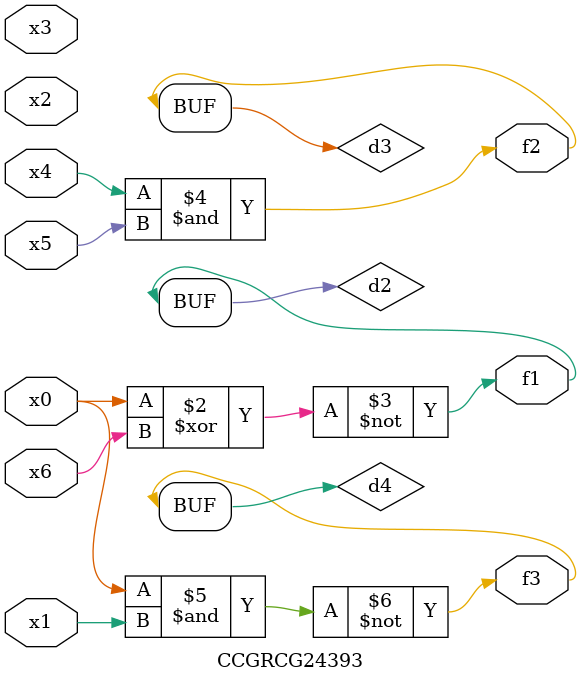
<source format=v>
module CCGRCG24393(
	input x0, x1, x2, x3, x4, x5, x6,
	output f1, f2, f3
);

	wire d1, d2, d3, d4;

	nor (d1, x0);
	xnor (d2, x0, x6);
	and (d3, x4, x5);
	nand (d4, x0, x1);
	assign f1 = d2;
	assign f2 = d3;
	assign f3 = d4;
endmodule

</source>
